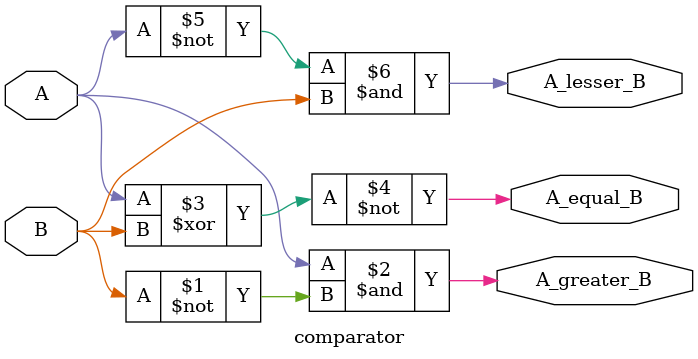
<source format=v>
`timescale 1ns / 1ps
module comparator(
    input  A,
    input  B,
    output A_greater_B,
    output A_equal_B,
    output A_lesser_B
);
    assign A_greater_B = A & ~B;    // A > B
    assign A_equal_B = ~(A ^ B);  // A = B
    assign A_lesser_B = ~A & B;    // A < B
endmodule

</source>
